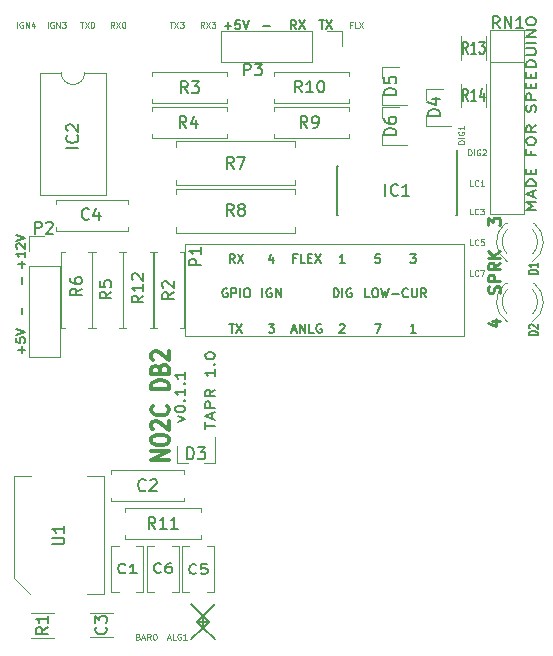
<source format=gto>
G04 #@! TF.GenerationSoftware,KiCad,Pcbnew,(5.1.0)-1*
G04 #@! TF.CreationDate,2019-05-05T09:38:05-04:00*
G04 #@! TF.ProjectId,NO2C,4e4f3243-2e6b-4696-9361-645f70636258,v0.1.1*
G04 #@! TF.SameCoordinates,Original*
G04 #@! TF.FileFunction,Legend,Top*
G04 #@! TF.FilePolarity,Positive*
%FSLAX46Y46*%
G04 Gerber Fmt 4.6, Leading zero omitted, Abs format (unit mm)*
G04 Created by KiCad (PCBNEW (5.1.0)-1) date 2019-05-05 09:38:05*
%MOMM*%
%LPD*%
G04 APERTURE LIST*
%ADD10C,0.187500*%
%ADD11C,0.250000*%
%ADD12C,0.125000*%
%ADD13C,0.200000*%
%ADD14C,0.300000*%
%ADD15C,0.120000*%
%ADD16C,0.150000*%
G04 APERTURE END LIST*
D10*
X179950000Y-84189285D02*
X180414285Y-84189285D01*
X180164285Y-84475000D01*
X180271428Y-84475000D01*
X180342857Y-84510714D01*
X180378571Y-84546428D01*
X180414285Y-84617857D01*
X180414285Y-84796428D01*
X180378571Y-84867857D01*
X180342857Y-84903571D01*
X180271428Y-84939285D01*
X180057142Y-84939285D01*
X179985714Y-84903571D01*
X179950000Y-84867857D01*
X177378571Y-84189285D02*
X177021428Y-84189285D01*
X176985714Y-84546428D01*
X177021428Y-84510714D01*
X177092857Y-84475000D01*
X177271428Y-84475000D01*
X177342857Y-84510714D01*
X177378571Y-84546428D01*
X177414285Y-84617857D01*
X177414285Y-84796428D01*
X177378571Y-84867857D01*
X177342857Y-84903571D01*
X177271428Y-84939285D01*
X177092857Y-84939285D01*
X177021428Y-84903571D01*
X176985714Y-84867857D01*
X176503571Y-87839285D02*
X176146428Y-87839285D01*
X176146428Y-87089285D01*
X176896428Y-87089285D02*
X177039285Y-87089285D01*
X177110714Y-87125000D01*
X177182142Y-87196428D01*
X177217857Y-87339285D01*
X177217857Y-87589285D01*
X177182142Y-87732142D01*
X177110714Y-87803571D01*
X177039285Y-87839285D01*
X176896428Y-87839285D01*
X176825000Y-87803571D01*
X176753571Y-87732142D01*
X176717857Y-87589285D01*
X176717857Y-87339285D01*
X176753571Y-87196428D01*
X176825000Y-87125000D01*
X176896428Y-87089285D01*
X177467857Y-87089285D02*
X177646428Y-87839285D01*
X177789285Y-87303571D01*
X177932142Y-87839285D01*
X178110714Y-87089285D01*
X178396428Y-87553571D02*
X178967857Y-87553571D01*
X179753571Y-87767857D02*
X179717857Y-87803571D01*
X179610714Y-87839285D01*
X179539285Y-87839285D01*
X179432142Y-87803571D01*
X179360714Y-87732142D01*
X179325000Y-87660714D01*
X179289285Y-87517857D01*
X179289285Y-87410714D01*
X179325000Y-87267857D01*
X179360714Y-87196428D01*
X179432142Y-87125000D01*
X179539285Y-87089285D01*
X179610714Y-87089285D01*
X179717857Y-87125000D01*
X179753571Y-87160714D01*
X180075000Y-87089285D02*
X180075000Y-87696428D01*
X180110714Y-87767857D01*
X180146428Y-87803571D01*
X180217857Y-87839285D01*
X180360714Y-87839285D01*
X180432142Y-87803571D01*
X180467857Y-87767857D01*
X180503571Y-87696428D01*
X180503571Y-87089285D01*
X181289285Y-87839285D02*
X181039285Y-87482142D01*
X180860714Y-87839285D02*
X180860714Y-87089285D01*
X181146428Y-87089285D01*
X181217857Y-87125000D01*
X181253571Y-87160714D01*
X181289285Y-87232142D01*
X181289285Y-87339285D01*
X181253571Y-87410714D01*
X181217857Y-87446428D01*
X181146428Y-87482142D01*
X180860714Y-87482142D01*
X180414285Y-90839285D02*
X179985714Y-90839285D01*
X180200000Y-90839285D02*
X180200000Y-90089285D01*
X180128571Y-90196428D01*
X180057142Y-90267857D01*
X179985714Y-90303571D01*
X176950000Y-90089285D02*
X177450000Y-90089285D01*
X177128571Y-90839285D01*
X173985714Y-90160714D02*
X174021428Y-90125000D01*
X174092857Y-90089285D01*
X174271428Y-90089285D01*
X174342857Y-90125000D01*
X174378571Y-90160714D01*
X174414285Y-90232142D01*
X174414285Y-90303571D01*
X174378571Y-90410714D01*
X173950000Y-90839285D01*
X174414285Y-90839285D01*
X174414285Y-84939285D02*
X173985714Y-84939285D01*
X174200000Y-84939285D02*
X174200000Y-84189285D01*
X174128571Y-84296428D01*
X174057142Y-84367857D01*
X173985714Y-84403571D01*
X173450000Y-87839285D02*
X173450000Y-87089285D01*
X173628571Y-87089285D01*
X173735714Y-87125000D01*
X173807142Y-87196428D01*
X173842857Y-87267857D01*
X173878571Y-87410714D01*
X173878571Y-87517857D01*
X173842857Y-87660714D01*
X173807142Y-87732142D01*
X173735714Y-87803571D01*
X173628571Y-87839285D01*
X173450000Y-87839285D01*
X174200000Y-87839285D02*
X174200000Y-87089285D01*
X174950000Y-87125000D02*
X174878571Y-87089285D01*
X174771428Y-87089285D01*
X174664285Y-87125000D01*
X174592857Y-87196428D01*
X174557142Y-87267857D01*
X174521428Y-87410714D01*
X174521428Y-87517857D01*
X174557142Y-87660714D01*
X174592857Y-87732142D01*
X174664285Y-87803571D01*
X174771428Y-87839285D01*
X174842857Y-87839285D01*
X174950000Y-87803571D01*
X174985714Y-87767857D01*
X174985714Y-87517857D01*
X174842857Y-87517857D01*
X164450000Y-87125000D02*
X164378571Y-87089285D01*
X164271428Y-87089285D01*
X164164285Y-87125000D01*
X164092857Y-87196428D01*
X164057142Y-87267857D01*
X164021428Y-87410714D01*
X164021428Y-87517857D01*
X164057142Y-87660714D01*
X164092857Y-87732142D01*
X164164285Y-87803571D01*
X164271428Y-87839285D01*
X164342857Y-87839285D01*
X164450000Y-87803571D01*
X164485714Y-87767857D01*
X164485714Y-87517857D01*
X164342857Y-87517857D01*
X164807142Y-87839285D02*
X164807142Y-87089285D01*
X165092857Y-87089285D01*
X165164285Y-87125000D01*
X165200000Y-87160714D01*
X165235714Y-87232142D01*
X165235714Y-87339285D01*
X165200000Y-87410714D01*
X165164285Y-87446428D01*
X165092857Y-87482142D01*
X164807142Y-87482142D01*
X165557142Y-87839285D02*
X165557142Y-87089285D01*
X166057142Y-87089285D02*
X166200000Y-87089285D01*
X166271428Y-87125000D01*
X166342857Y-87196428D01*
X166378571Y-87339285D01*
X166378571Y-87589285D01*
X166342857Y-87732142D01*
X166271428Y-87803571D01*
X166200000Y-87839285D01*
X166057142Y-87839285D01*
X165985714Y-87803571D01*
X165914285Y-87732142D01*
X165878571Y-87589285D01*
X165878571Y-87339285D01*
X165914285Y-87196428D01*
X165985714Y-87125000D01*
X166057142Y-87089285D01*
X164628571Y-90089285D02*
X165057142Y-90089285D01*
X164842857Y-90839285D02*
X164842857Y-90089285D01*
X165235714Y-90089285D02*
X165735714Y-90839285D01*
X165735714Y-90089285D02*
X165235714Y-90839285D01*
X165075000Y-84939285D02*
X164825000Y-84582142D01*
X164646428Y-84939285D02*
X164646428Y-84189285D01*
X164932142Y-84189285D01*
X165003571Y-84225000D01*
X165039285Y-84260714D01*
X165075000Y-84332142D01*
X165075000Y-84439285D01*
X165039285Y-84510714D01*
X165003571Y-84546428D01*
X164932142Y-84582142D01*
X164646428Y-84582142D01*
X165325000Y-84189285D02*
X165825000Y-84939285D01*
X165825000Y-84189285D02*
X165325000Y-84939285D01*
X168342857Y-84439285D02*
X168342857Y-84939285D01*
X168164285Y-84153571D02*
X167985714Y-84689285D01*
X168450000Y-84689285D01*
X167432142Y-87839285D02*
X167432142Y-87089285D01*
X168182142Y-87125000D02*
X168110714Y-87089285D01*
X168003571Y-87089285D01*
X167896428Y-87125000D01*
X167825000Y-87196428D01*
X167789285Y-87267857D01*
X167753571Y-87410714D01*
X167753571Y-87517857D01*
X167789285Y-87660714D01*
X167825000Y-87732142D01*
X167896428Y-87803571D01*
X168003571Y-87839285D01*
X168075000Y-87839285D01*
X168182142Y-87803571D01*
X168217857Y-87767857D01*
X168217857Y-87517857D01*
X168075000Y-87517857D01*
X168539285Y-87839285D02*
X168539285Y-87089285D01*
X168967857Y-87839285D01*
X168967857Y-87089285D01*
X167950000Y-90089285D02*
X168414285Y-90089285D01*
X168164285Y-90375000D01*
X168271428Y-90375000D01*
X168342857Y-90410714D01*
X168378571Y-90446428D01*
X168414285Y-90517857D01*
X168414285Y-90696428D01*
X168378571Y-90767857D01*
X168342857Y-90803571D01*
X168271428Y-90839285D01*
X168057142Y-90839285D01*
X167985714Y-90803571D01*
X167950000Y-90767857D01*
X169950000Y-90625000D02*
X170307142Y-90625000D01*
X169878571Y-90839285D02*
X170128571Y-90089285D01*
X170378571Y-90839285D01*
X170628571Y-90839285D02*
X170628571Y-90089285D01*
X171057142Y-90839285D01*
X171057142Y-90089285D01*
X171771428Y-90839285D02*
X171414285Y-90839285D01*
X171414285Y-90089285D01*
X172414285Y-90125000D02*
X172342857Y-90089285D01*
X172235714Y-90089285D01*
X172128571Y-90125000D01*
X172057142Y-90196428D01*
X172021428Y-90267857D01*
X171985714Y-90410714D01*
X171985714Y-90517857D01*
X172021428Y-90660714D01*
X172057142Y-90732142D01*
X172128571Y-90803571D01*
X172235714Y-90839285D01*
X172307142Y-90839285D01*
X172414285Y-90803571D01*
X172450000Y-90767857D01*
X172450000Y-90517857D01*
X172307142Y-90517857D01*
X170307142Y-84546428D02*
X170057142Y-84546428D01*
X170057142Y-84939285D02*
X170057142Y-84189285D01*
X170414285Y-84189285D01*
X171057142Y-84939285D02*
X170700000Y-84939285D01*
X170700000Y-84189285D01*
X171307142Y-84546428D02*
X171557142Y-84546428D01*
X171664285Y-84939285D02*
X171307142Y-84939285D01*
X171307142Y-84189285D01*
X171664285Y-84189285D01*
X171914285Y-84189285D02*
X172414285Y-84939285D01*
X172414285Y-84189285D02*
X171914285Y-84939285D01*
D11*
X186552380Y-81733333D02*
X186552380Y-81114285D01*
X186933333Y-81447619D01*
X186933333Y-81304761D01*
X186980952Y-81209523D01*
X187028571Y-81161904D01*
X187123809Y-81114285D01*
X187361904Y-81114285D01*
X187457142Y-81161904D01*
X187504761Y-81209523D01*
X187552380Y-81304761D01*
X187552380Y-81590476D01*
X187504761Y-81685714D01*
X187457142Y-81733333D01*
X186885714Y-89809523D02*
X187552380Y-89809523D01*
X186504761Y-90047619D02*
X187219047Y-90285714D01*
X187219047Y-89666666D01*
X187504761Y-87485714D02*
X187552380Y-87342857D01*
X187552380Y-87104761D01*
X187504761Y-87009523D01*
X187457142Y-86961904D01*
X187361904Y-86914285D01*
X187266666Y-86914285D01*
X187171428Y-86961904D01*
X187123809Y-87009523D01*
X187076190Y-87104761D01*
X187028571Y-87295238D01*
X186980952Y-87390476D01*
X186933333Y-87438095D01*
X186838095Y-87485714D01*
X186742857Y-87485714D01*
X186647619Y-87438095D01*
X186600000Y-87390476D01*
X186552380Y-87295238D01*
X186552380Y-87057142D01*
X186600000Y-86914285D01*
X187552380Y-86485714D02*
X186552380Y-86485714D01*
X186552380Y-86104761D01*
X186600000Y-86009523D01*
X186647619Y-85961904D01*
X186742857Y-85914285D01*
X186885714Y-85914285D01*
X186980952Y-85961904D01*
X187028571Y-86009523D01*
X187076190Y-86104761D01*
X187076190Y-86485714D01*
X187552380Y-84914285D02*
X187076190Y-85247619D01*
X187552380Y-85485714D02*
X186552380Y-85485714D01*
X186552380Y-85104761D01*
X186600000Y-85009523D01*
X186647619Y-84961904D01*
X186742857Y-84914285D01*
X186885714Y-84914285D01*
X186980952Y-84961904D01*
X187028571Y-85009523D01*
X187076190Y-85104761D01*
X187076190Y-85485714D01*
X187552380Y-84485714D02*
X186552380Y-84485714D01*
X187552380Y-83914285D02*
X186980952Y-84342857D01*
X186552380Y-83914285D02*
X187123809Y-84485714D01*
D12*
X159390476Y-116683333D02*
X159628571Y-116683333D01*
X159342857Y-116826190D02*
X159509523Y-116326190D01*
X159676190Y-116826190D01*
X160080952Y-116826190D02*
X159842857Y-116826190D01*
X159842857Y-116326190D01*
X160509523Y-116350000D02*
X160461904Y-116326190D01*
X160390476Y-116326190D01*
X160319047Y-116350000D01*
X160271428Y-116397619D01*
X160247619Y-116445238D01*
X160223809Y-116540476D01*
X160223809Y-116611904D01*
X160247619Y-116707142D01*
X160271428Y-116754761D01*
X160319047Y-116802380D01*
X160390476Y-116826190D01*
X160438095Y-116826190D01*
X160509523Y-116802380D01*
X160533333Y-116778571D01*
X160533333Y-116611904D01*
X160438095Y-116611904D01*
X161009523Y-116826190D02*
X160723809Y-116826190D01*
X160866666Y-116826190D02*
X160866666Y-116326190D01*
X160819047Y-116397619D01*
X160771428Y-116445238D01*
X160723809Y-116469047D01*
X156909523Y-116564285D02*
X156980952Y-116588095D01*
X157004761Y-116611904D01*
X157028571Y-116659523D01*
X157028571Y-116730952D01*
X157004761Y-116778571D01*
X156980952Y-116802380D01*
X156933333Y-116826190D01*
X156742857Y-116826190D01*
X156742857Y-116326190D01*
X156909523Y-116326190D01*
X156957142Y-116350000D01*
X156980952Y-116373809D01*
X157004761Y-116421428D01*
X157004761Y-116469047D01*
X156980952Y-116516666D01*
X156957142Y-116540476D01*
X156909523Y-116564285D01*
X156742857Y-116564285D01*
X157219047Y-116683333D02*
X157457142Y-116683333D01*
X157171428Y-116826190D02*
X157338095Y-116326190D01*
X157504761Y-116826190D01*
X157957142Y-116826190D02*
X157790476Y-116588095D01*
X157671428Y-116826190D02*
X157671428Y-116326190D01*
X157861904Y-116326190D01*
X157909523Y-116350000D01*
X157933333Y-116373809D01*
X157957142Y-116421428D01*
X157957142Y-116492857D01*
X157933333Y-116540476D01*
X157909523Y-116564285D01*
X157861904Y-116588095D01*
X157671428Y-116588095D01*
X158266666Y-116326190D02*
X158361904Y-116326190D01*
X158409523Y-116350000D01*
X158457142Y-116397619D01*
X158480952Y-116492857D01*
X158480952Y-116659523D01*
X158457142Y-116754761D01*
X158409523Y-116802380D01*
X158361904Y-116826190D01*
X158266666Y-116826190D01*
X158219047Y-116802380D01*
X158171428Y-116754761D01*
X158147619Y-116659523D01*
X158147619Y-116492857D01*
X158171428Y-116397619D01*
X158219047Y-116350000D01*
X158266666Y-116326190D01*
D13*
X190561904Y-80431904D02*
X189761904Y-80431904D01*
X190333333Y-80098571D01*
X189761904Y-79765238D01*
X190561904Y-79765238D01*
X190333333Y-79336666D02*
X190333333Y-78860476D01*
X190561904Y-79431904D02*
X189761904Y-79098571D01*
X190561904Y-78765238D01*
X190561904Y-78431904D02*
X189761904Y-78431904D01*
X189761904Y-78193809D01*
X189800000Y-78050952D01*
X189876190Y-77955714D01*
X189952380Y-77908095D01*
X190104761Y-77860476D01*
X190219047Y-77860476D01*
X190371428Y-77908095D01*
X190447619Y-77955714D01*
X190523809Y-78050952D01*
X190561904Y-78193809D01*
X190561904Y-78431904D01*
X190142857Y-77431904D02*
X190142857Y-77098571D01*
X190561904Y-76955714D02*
X190561904Y-77431904D01*
X189761904Y-77431904D01*
X189761904Y-76955714D01*
X190142857Y-75431904D02*
X190142857Y-75765238D01*
X190561904Y-75765238D02*
X189761904Y-75765238D01*
X189761904Y-75289047D01*
X189761904Y-74717619D02*
X189761904Y-74527142D01*
X189800000Y-74431904D01*
X189876190Y-74336666D01*
X190028571Y-74289047D01*
X190295238Y-74289047D01*
X190447619Y-74336666D01*
X190523809Y-74431904D01*
X190561904Y-74527142D01*
X190561904Y-74717619D01*
X190523809Y-74812857D01*
X190447619Y-74908095D01*
X190295238Y-74955714D01*
X190028571Y-74955714D01*
X189876190Y-74908095D01*
X189800000Y-74812857D01*
X189761904Y-74717619D01*
X190561904Y-73289047D02*
X190180952Y-73622380D01*
X190561904Y-73860476D02*
X189761904Y-73860476D01*
X189761904Y-73479523D01*
X189800000Y-73384285D01*
X189838095Y-73336666D01*
X189914285Y-73289047D01*
X190028571Y-73289047D01*
X190104761Y-73336666D01*
X190142857Y-73384285D01*
X190180952Y-73479523D01*
X190180952Y-73860476D01*
X190523809Y-72146190D02*
X190561904Y-72003333D01*
X190561904Y-71765238D01*
X190523809Y-71670000D01*
X190485714Y-71622380D01*
X190409523Y-71574761D01*
X190333333Y-71574761D01*
X190257142Y-71622380D01*
X190219047Y-71670000D01*
X190180952Y-71765238D01*
X190142857Y-71955714D01*
X190104761Y-72050952D01*
X190066666Y-72098571D01*
X189990476Y-72146190D01*
X189914285Y-72146190D01*
X189838095Y-72098571D01*
X189800000Y-72050952D01*
X189761904Y-71955714D01*
X189761904Y-71717619D01*
X189800000Y-71574761D01*
X190561904Y-71146190D02*
X189761904Y-71146190D01*
X189761904Y-70765238D01*
X189800000Y-70670000D01*
X189838095Y-70622380D01*
X189914285Y-70574761D01*
X190028571Y-70574761D01*
X190104761Y-70622380D01*
X190142857Y-70670000D01*
X190180952Y-70765238D01*
X190180952Y-71146190D01*
X190142857Y-70146190D02*
X190142857Y-69812857D01*
X190561904Y-69670000D02*
X190561904Y-70146190D01*
X189761904Y-70146190D01*
X189761904Y-69670000D01*
X190142857Y-69241428D02*
X190142857Y-68908095D01*
X190561904Y-68765238D02*
X190561904Y-69241428D01*
X189761904Y-69241428D01*
X189761904Y-68765238D01*
X190561904Y-68336666D02*
X189761904Y-68336666D01*
X189761904Y-68098571D01*
X189800000Y-67955714D01*
X189876190Y-67860476D01*
X189952380Y-67812857D01*
X190104761Y-67765238D01*
X190219047Y-67765238D01*
X190371428Y-67812857D01*
X190447619Y-67860476D01*
X190523809Y-67955714D01*
X190561904Y-68098571D01*
X190561904Y-68336666D01*
X189761904Y-67336666D02*
X190409523Y-67336666D01*
X190485714Y-67289047D01*
X190523809Y-67241428D01*
X190561904Y-67146190D01*
X190561904Y-66955714D01*
X190523809Y-66860476D01*
X190485714Y-66812857D01*
X190409523Y-66765238D01*
X189761904Y-66765238D01*
X190561904Y-66289047D02*
X189761904Y-66289047D01*
X190561904Y-65812857D02*
X189761904Y-65812857D01*
X190561904Y-65241428D01*
X189761904Y-65241428D01*
X189761904Y-64574761D02*
X189761904Y-64384285D01*
X189800000Y-64289047D01*
X189876190Y-64193809D01*
X190028571Y-64146190D01*
X190295238Y-64146190D01*
X190447619Y-64193809D01*
X190523809Y-64289047D01*
X190561904Y-64384285D01*
X190561904Y-64574761D01*
X190523809Y-64670000D01*
X190447619Y-64765238D01*
X190295238Y-64812857D01*
X190028571Y-64812857D01*
X189876190Y-64765238D01*
X189800000Y-64670000D01*
X189761904Y-64574761D01*
X162586904Y-98985714D02*
X162586904Y-98414285D01*
X163386904Y-98700000D02*
X162586904Y-98700000D01*
X163158333Y-98128571D02*
X163158333Y-97652380D01*
X163386904Y-98223809D02*
X162586904Y-97890476D01*
X163386904Y-97557142D01*
X163386904Y-97223809D02*
X162586904Y-97223809D01*
X162586904Y-96842857D01*
X162625000Y-96747619D01*
X162663095Y-96700000D01*
X162739285Y-96652380D01*
X162853571Y-96652380D01*
X162929761Y-96700000D01*
X162967857Y-96747619D01*
X163005952Y-96842857D01*
X163005952Y-97223809D01*
X163386904Y-95652380D02*
X163005952Y-95985714D01*
X163386904Y-96223809D02*
X162586904Y-96223809D01*
X162586904Y-95842857D01*
X162625000Y-95747619D01*
X162663095Y-95700000D01*
X162739285Y-95652380D01*
X162853571Y-95652380D01*
X162929761Y-95700000D01*
X162967857Y-95747619D01*
X163005952Y-95842857D01*
X163005952Y-96223809D01*
X163386904Y-93938095D02*
X163386904Y-94509523D01*
X163386904Y-94223809D02*
X162586904Y-94223809D01*
X162701190Y-94319047D01*
X162777380Y-94414285D01*
X162815476Y-94509523D01*
X163310714Y-93509523D02*
X163348809Y-93461904D01*
X163386904Y-93509523D01*
X163348809Y-93557142D01*
X163310714Y-93509523D01*
X163386904Y-93509523D01*
X162586904Y-92842857D02*
X162586904Y-92747619D01*
X162625000Y-92652380D01*
X162663095Y-92604761D01*
X162739285Y-92557142D01*
X162891666Y-92509523D01*
X163082142Y-92509523D01*
X163234523Y-92557142D01*
X163310714Y-92604761D01*
X163348809Y-92652380D01*
X163386904Y-92747619D01*
X163386904Y-92842857D01*
X163348809Y-92938095D01*
X163310714Y-92985714D01*
X163234523Y-93033333D01*
X163082142Y-93080952D01*
X162891666Y-93080952D01*
X162739285Y-93033333D01*
X162663095Y-92985714D01*
X162625000Y-92938095D01*
X162586904Y-92842857D01*
X160303571Y-98392857D02*
X160836904Y-98154761D01*
X160303571Y-97916666D01*
X160036904Y-97345238D02*
X160036904Y-97250000D01*
X160075000Y-97154761D01*
X160113095Y-97107142D01*
X160189285Y-97059523D01*
X160341666Y-97011904D01*
X160532142Y-97011904D01*
X160684523Y-97059523D01*
X160760714Y-97107142D01*
X160798809Y-97154761D01*
X160836904Y-97250000D01*
X160836904Y-97345238D01*
X160798809Y-97440476D01*
X160760714Y-97488095D01*
X160684523Y-97535714D01*
X160532142Y-97583333D01*
X160341666Y-97583333D01*
X160189285Y-97535714D01*
X160113095Y-97488095D01*
X160075000Y-97440476D01*
X160036904Y-97345238D01*
X160760714Y-96583333D02*
X160798809Y-96535714D01*
X160836904Y-96583333D01*
X160798809Y-96630952D01*
X160760714Y-96583333D01*
X160836904Y-96583333D01*
X160836904Y-95583333D02*
X160836904Y-96154761D01*
X160836904Y-95869047D02*
X160036904Y-95869047D01*
X160151190Y-95964285D01*
X160227380Y-96059523D01*
X160265476Y-96154761D01*
X160760714Y-95154761D02*
X160798809Y-95107142D01*
X160836904Y-95154761D01*
X160798809Y-95202380D01*
X160760714Y-95154761D01*
X160836904Y-95154761D01*
X160836904Y-94154761D02*
X160836904Y-94726190D01*
X160836904Y-94440476D02*
X160036904Y-94440476D01*
X160151190Y-94535714D01*
X160227380Y-94630952D01*
X160265476Y-94726190D01*
D14*
X159528571Y-101582380D02*
X158028571Y-101582380D01*
X159528571Y-100868095D01*
X158028571Y-100868095D01*
X158028571Y-100034761D02*
X158028571Y-99796666D01*
X158100000Y-99677619D01*
X158242857Y-99558571D01*
X158528571Y-99499047D01*
X159028571Y-99499047D01*
X159314285Y-99558571D01*
X159457142Y-99677619D01*
X159528571Y-99796666D01*
X159528571Y-100034761D01*
X159457142Y-100153809D01*
X159314285Y-100272857D01*
X159028571Y-100332380D01*
X158528571Y-100332380D01*
X158242857Y-100272857D01*
X158100000Y-100153809D01*
X158028571Y-100034761D01*
X158171428Y-99022857D02*
X158100000Y-98963333D01*
X158028571Y-98844285D01*
X158028571Y-98546666D01*
X158100000Y-98427619D01*
X158171428Y-98368095D01*
X158314285Y-98308571D01*
X158457142Y-98308571D01*
X158671428Y-98368095D01*
X159528571Y-99082380D01*
X159528571Y-98308571D01*
X159385714Y-97058571D02*
X159457142Y-97118095D01*
X159528571Y-97296666D01*
X159528571Y-97415714D01*
X159457142Y-97594285D01*
X159314285Y-97713333D01*
X159171428Y-97772857D01*
X158885714Y-97832380D01*
X158671428Y-97832380D01*
X158385714Y-97772857D01*
X158242857Y-97713333D01*
X158100000Y-97594285D01*
X158028571Y-97415714D01*
X158028571Y-97296666D01*
X158100000Y-97118095D01*
X158171428Y-97058571D01*
X159528571Y-95570476D02*
X158028571Y-95570476D01*
X158028571Y-95272857D01*
X158100000Y-95094285D01*
X158242857Y-94975238D01*
X158385714Y-94915714D01*
X158671428Y-94856190D01*
X158885714Y-94856190D01*
X159171428Y-94915714D01*
X159314285Y-94975238D01*
X159457142Y-95094285D01*
X159528571Y-95272857D01*
X159528571Y-95570476D01*
X158742857Y-93903809D02*
X158814285Y-93725238D01*
X158885714Y-93665714D01*
X159028571Y-93606190D01*
X159242857Y-93606190D01*
X159385714Y-93665714D01*
X159457142Y-93725238D01*
X159528571Y-93844285D01*
X159528571Y-94320476D01*
X158028571Y-94320476D01*
X158028571Y-93903809D01*
X158100000Y-93784761D01*
X158171428Y-93725238D01*
X158314285Y-93665714D01*
X158457142Y-93665714D01*
X158600000Y-93725238D01*
X158671428Y-93784761D01*
X158742857Y-93903809D01*
X158742857Y-94320476D01*
X158171428Y-93130000D02*
X158100000Y-93070476D01*
X158028571Y-92951428D01*
X158028571Y-92653809D01*
X158100000Y-92534761D01*
X158171428Y-92475238D01*
X158314285Y-92415714D01*
X158457142Y-92415714D01*
X158671428Y-92475238D01*
X159528571Y-93189523D01*
X159528571Y-92415714D01*
D12*
X185266666Y-83426190D02*
X185028571Y-83426190D01*
X185028571Y-82926190D01*
X185719047Y-83378571D02*
X185695238Y-83402380D01*
X185623809Y-83426190D01*
X185576190Y-83426190D01*
X185504761Y-83402380D01*
X185457142Y-83354761D01*
X185433333Y-83307142D01*
X185409523Y-83211904D01*
X185409523Y-83140476D01*
X185433333Y-83045238D01*
X185457142Y-82997619D01*
X185504761Y-82950000D01*
X185576190Y-82926190D01*
X185623809Y-82926190D01*
X185695238Y-82950000D01*
X185719047Y-82973809D01*
X186171428Y-82926190D02*
X185933333Y-82926190D01*
X185909523Y-83164285D01*
X185933333Y-83140476D01*
X185980952Y-83116666D01*
X186100000Y-83116666D01*
X186147619Y-83140476D01*
X186171428Y-83164285D01*
X186195238Y-83211904D01*
X186195238Y-83330952D01*
X186171428Y-83378571D01*
X186147619Y-83402380D01*
X186100000Y-83426190D01*
X185980952Y-83426190D01*
X185933333Y-83402380D01*
X185909523Y-83378571D01*
X185266666Y-86026190D02*
X185028571Y-86026190D01*
X185028571Y-85526190D01*
X185719047Y-85978571D02*
X185695238Y-86002380D01*
X185623809Y-86026190D01*
X185576190Y-86026190D01*
X185504761Y-86002380D01*
X185457142Y-85954761D01*
X185433333Y-85907142D01*
X185409523Y-85811904D01*
X185409523Y-85740476D01*
X185433333Y-85645238D01*
X185457142Y-85597619D01*
X185504761Y-85550000D01*
X185576190Y-85526190D01*
X185623809Y-85526190D01*
X185695238Y-85550000D01*
X185719047Y-85573809D01*
X185885714Y-85526190D02*
X186219047Y-85526190D01*
X186004761Y-86026190D01*
X184526190Y-74838095D02*
X184026190Y-74838095D01*
X184026190Y-74719047D01*
X184050000Y-74647619D01*
X184097619Y-74600000D01*
X184145238Y-74576190D01*
X184240476Y-74552380D01*
X184311904Y-74552380D01*
X184407142Y-74576190D01*
X184454761Y-74600000D01*
X184502380Y-74647619D01*
X184526190Y-74719047D01*
X184526190Y-74838095D01*
X184526190Y-74338095D02*
X184026190Y-74338095D01*
X184050000Y-73838095D02*
X184026190Y-73885714D01*
X184026190Y-73957142D01*
X184050000Y-74028571D01*
X184097619Y-74076190D01*
X184145238Y-74100000D01*
X184240476Y-74123809D01*
X184311904Y-74123809D01*
X184407142Y-74100000D01*
X184454761Y-74076190D01*
X184502380Y-74028571D01*
X184526190Y-73957142D01*
X184526190Y-73909523D01*
X184502380Y-73838095D01*
X184478571Y-73814285D01*
X184311904Y-73814285D01*
X184311904Y-73909523D01*
X184526190Y-73338095D02*
X184526190Y-73623809D01*
X184526190Y-73480952D02*
X184026190Y-73480952D01*
X184097619Y-73528571D01*
X184145238Y-73576190D01*
X184169047Y-73623809D01*
X184861904Y-75826190D02*
X184861904Y-75326190D01*
X184980952Y-75326190D01*
X185052380Y-75350000D01*
X185100000Y-75397619D01*
X185123809Y-75445238D01*
X185147619Y-75540476D01*
X185147619Y-75611904D01*
X185123809Y-75707142D01*
X185100000Y-75754761D01*
X185052380Y-75802380D01*
X184980952Y-75826190D01*
X184861904Y-75826190D01*
X185361904Y-75826190D02*
X185361904Y-75326190D01*
X185861904Y-75350000D02*
X185814285Y-75326190D01*
X185742857Y-75326190D01*
X185671428Y-75350000D01*
X185623809Y-75397619D01*
X185600000Y-75445238D01*
X185576190Y-75540476D01*
X185576190Y-75611904D01*
X185600000Y-75707142D01*
X185623809Y-75754761D01*
X185671428Y-75802380D01*
X185742857Y-75826190D01*
X185790476Y-75826190D01*
X185861904Y-75802380D01*
X185885714Y-75778571D01*
X185885714Y-75611904D01*
X185790476Y-75611904D01*
X186076190Y-75373809D02*
X186100000Y-75350000D01*
X186147619Y-75326190D01*
X186266666Y-75326190D01*
X186314285Y-75350000D01*
X186338095Y-75373809D01*
X186361904Y-75421428D01*
X186361904Y-75469047D01*
X186338095Y-75540476D01*
X186052380Y-75826190D01*
X186361904Y-75826190D01*
X185266666Y-78426190D02*
X185028571Y-78426190D01*
X185028571Y-77926190D01*
X185719047Y-78378571D02*
X185695238Y-78402380D01*
X185623809Y-78426190D01*
X185576190Y-78426190D01*
X185504761Y-78402380D01*
X185457142Y-78354761D01*
X185433333Y-78307142D01*
X185409523Y-78211904D01*
X185409523Y-78140476D01*
X185433333Y-78045238D01*
X185457142Y-77997619D01*
X185504761Y-77950000D01*
X185576190Y-77926190D01*
X185623809Y-77926190D01*
X185695238Y-77950000D01*
X185719047Y-77973809D01*
X186195238Y-78426190D02*
X185909523Y-78426190D01*
X186052380Y-78426190D02*
X186052380Y-77926190D01*
X186004761Y-77997619D01*
X185957142Y-78045238D01*
X185909523Y-78069047D01*
X185266666Y-80826190D02*
X185028571Y-80826190D01*
X185028571Y-80326190D01*
X185719047Y-80778571D02*
X185695238Y-80802380D01*
X185623809Y-80826190D01*
X185576190Y-80826190D01*
X185504761Y-80802380D01*
X185457142Y-80754761D01*
X185433333Y-80707142D01*
X185409523Y-80611904D01*
X185409523Y-80540476D01*
X185433333Y-80445238D01*
X185457142Y-80397619D01*
X185504761Y-80350000D01*
X185576190Y-80326190D01*
X185623809Y-80326190D01*
X185695238Y-80350000D01*
X185719047Y-80373809D01*
X185885714Y-80326190D02*
X186195238Y-80326190D01*
X186028571Y-80516666D01*
X186100000Y-80516666D01*
X186147619Y-80540476D01*
X186171428Y-80564285D01*
X186195238Y-80611904D01*
X186195238Y-80730952D01*
X186171428Y-80778571D01*
X186147619Y-80802380D01*
X186100000Y-80826190D01*
X185957142Y-80826190D01*
X185909523Y-80802380D01*
X185885714Y-80778571D01*
D10*
X147053571Y-85321428D02*
X147053571Y-84750000D01*
X147339285Y-85035714D02*
X146767857Y-85035714D01*
X147339285Y-84000000D02*
X147339285Y-84428571D01*
X147339285Y-84214285D02*
X146589285Y-84214285D01*
X146696428Y-84285714D01*
X146767857Y-84357142D01*
X146803571Y-84428571D01*
X146660714Y-83714285D02*
X146625000Y-83678571D01*
X146589285Y-83607142D01*
X146589285Y-83428571D01*
X146625000Y-83357142D01*
X146660714Y-83321428D01*
X146732142Y-83285714D01*
X146803571Y-83285714D01*
X146910714Y-83321428D01*
X147339285Y-83750000D01*
X147339285Y-83285714D01*
X146589285Y-83071428D02*
X147339285Y-82821428D01*
X146589285Y-82571428D01*
X147053571Y-86685714D02*
X147053571Y-86114285D01*
X147053571Y-92564285D02*
X147053571Y-91992857D01*
X147339285Y-92278571D02*
X146767857Y-92278571D01*
X146589285Y-91278571D02*
X146589285Y-91635714D01*
X146946428Y-91671428D01*
X146910714Y-91635714D01*
X146875000Y-91564285D01*
X146875000Y-91385714D01*
X146910714Y-91314285D01*
X146946428Y-91278571D01*
X147017857Y-91242857D01*
X147196428Y-91242857D01*
X147267857Y-91278571D01*
X147303571Y-91314285D01*
X147339285Y-91385714D01*
X147339285Y-91564285D01*
X147303571Y-91635714D01*
X147267857Y-91671428D01*
X146589285Y-91028571D02*
X147339285Y-90778571D01*
X146589285Y-90528571D01*
X147053571Y-89285714D02*
X147053571Y-88714285D01*
X172228571Y-64389285D02*
X172657142Y-64389285D01*
X172442857Y-65139285D02*
X172442857Y-64389285D01*
X172835714Y-64389285D02*
X173335714Y-65139285D01*
X173335714Y-64389285D02*
X172835714Y-65139285D01*
X170275000Y-65139285D02*
X170025000Y-64782142D01*
X169846428Y-65139285D02*
X169846428Y-64389285D01*
X170132142Y-64389285D01*
X170203571Y-64425000D01*
X170239285Y-64460714D01*
X170275000Y-64532142D01*
X170275000Y-64639285D01*
X170239285Y-64710714D01*
X170203571Y-64746428D01*
X170132142Y-64782142D01*
X169846428Y-64782142D01*
X170525000Y-64389285D02*
X171025000Y-65139285D01*
X171025000Y-64389285D02*
X170525000Y-65139285D01*
X167514285Y-64853571D02*
X168085714Y-64853571D01*
X164235714Y-64853571D02*
X164807142Y-64853571D01*
X164521428Y-65139285D02*
X164521428Y-64567857D01*
X165521428Y-64389285D02*
X165164285Y-64389285D01*
X165128571Y-64746428D01*
X165164285Y-64710714D01*
X165235714Y-64675000D01*
X165414285Y-64675000D01*
X165485714Y-64710714D01*
X165521428Y-64746428D01*
X165557142Y-64817857D01*
X165557142Y-64996428D01*
X165521428Y-65067857D01*
X165485714Y-65103571D01*
X165414285Y-65139285D01*
X165235714Y-65139285D01*
X165164285Y-65103571D01*
X165128571Y-65067857D01*
X165771428Y-64389285D02*
X166021428Y-65139285D01*
X166271428Y-64389285D01*
D12*
X175030952Y-64764285D02*
X174864285Y-64764285D01*
X174864285Y-65026190D02*
X174864285Y-64526190D01*
X175102380Y-64526190D01*
X175530952Y-65026190D02*
X175292857Y-65026190D01*
X175292857Y-64526190D01*
X175650000Y-64526190D02*
X175983333Y-65026190D01*
X175983333Y-64526190D02*
X175650000Y-65026190D01*
X162478571Y-65026190D02*
X162311904Y-64788095D01*
X162192857Y-65026190D02*
X162192857Y-64526190D01*
X162383333Y-64526190D01*
X162430952Y-64550000D01*
X162454761Y-64573809D01*
X162478571Y-64621428D01*
X162478571Y-64692857D01*
X162454761Y-64740476D01*
X162430952Y-64764285D01*
X162383333Y-64788095D01*
X162192857Y-64788095D01*
X162645238Y-64526190D02*
X162978571Y-65026190D01*
X162978571Y-64526190D02*
X162645238Y-65026190D01*
X163121428Y-64526190D02*
X163430952Y-64526190D01*
X163264285Y-64716666D01*
X163335714Y-64716666D01*
X163383333Y-64740476D01*
X163407142Y-64764285D01*
X163430952Y-64811904D01*
X163430952Y-64930952D01*
X163407142Y-64978571D01*
X163383333Y-65002380D01*
X163335714Y-65026190D01*
X163192857Y-65026190D01*
X163145238Y-65002380D01*
X163121428Y-64978571D01*
X159580952Y-64526190D02*
X159866666Y-64526190D01*
X159723809Y-65026190D02*
X159723809Y-64526190D01*
X159985714Y-64526190D02*
X160319047Y-65026190D01*
X160319047Y-64526190D02*
X159985714Y-65026190D01*
X160461904Y-64526190D02*
X160771428Y-64526190D01*
X160604761Y-64716666D01*
X160676190Y-64716666D01*
X160723809Y-64740476D01*
X160747619Y-64764285D01*
X160771428Y-64811904D01*
X160771428Y-64930952D01*
X160747619Y-64978571D01*
X160723809Y-65002380D01*
X160676190Y-65026190D01*
X160533333Y-65026190D01*
X160485714Y-65002380D01*
X160461904Y-64978571D01*
X154878571Y-65026190D02*
X154711904Y-64788095D01*
X154592857Y-65026190D02*
X154592857Y-64526190D01*
X154783333Y-64526190D01*
X154830952Y-64550000D01*
X154854761Y-64573809D01*
X154878571Y-64621428D01*
X154878571Y-64692857D01*
X154854761Y-64740476D01*
X154830952Y-64764285D01*
X154783333Y-64788095D01*
X154592857Y-64788095D01*
X155045238Y-64526190D02*
X155378571Y-65026190D01*
X155378571Y-64526190D02*
X155045238Y-65026190D01*
X155664285Y-64526190D02*
X155711904Y-64526190D01*
X155759523Y-64550000D01*
X155783333Y-64573809D01*
X155807142Y-64621428D01*
X155830952Y-64716666D01*
X155830952Y-64835714D01*
X155807142Y-64930952D01*
X155783333Y-64978571D01*
X155759523Y-65002380D01*
X155711904Y-65026190D01*
X155664285Y-65026190D01*
X155616666Y-65002380D01*
X155592857Y-64978571D01*
X155569047Y-64930952D01*
X155545238Y-64835714D01*
X155545238Y-64716666D01*
X155569047Y-64621428D01*
X155592857Y-64573809D01*
X155616666Y-64550000D01*
X155664285Y-64526190D01*
X151980952Y-64526190D02*
X152266666Y-64526190D01*
X152123809Y-65026190D02*
X152123809Y-64526190D01*
X152385714Y-64526190D02*
X152719047Y-65026190D01*
X152719047Y-64526190D02*
X152385714Y-65026190D01*
X153004761Y-64526190D02*
X153052380Y-64526190D01*
X153100000Y-64550000D01*
X153123809Y-64573809D01*
X153147619Y-64621428D01*
X153171428Y-64716666D01*
X153171428Y-64835714D01*
X153147619Y-64930952D01*
X153123809Y-64978571D01*
X153100000Y-65002380D01*
X153052380Y-65026190D01*
X153004761Y-65026190D01*
X152957142Y-65002380D01*
X152933333Y-64978571D01*
X152909523Y-64930952D01*
X152885714Y-64835714D01*
X152885714Y-64716666D01*
X152909523Y-64621428D01*
X152933333Y-64573809D01*
X152957142Y-64550000D01*
X153004761Y-64526190D01*
X149250000Y-65026190D02*
X149250000Y-64526190D01*
X149750000Y-64550000D02*
X149702380Y-64526190D01*
X149630952Y-64526190D01*
X149559523Y-64550000D01*
X149511904Y-64597619D01*
X149488095Y-64645238D01*
X149464285Y-64740476D01*
X149464285Y-64811904D01*
X149488095Y-64907142D01*
X149511904Y-64954761D01*
X149559523Y-65002380D01*
X149630952Y-65026190D01*
X149678571Y-65026190D01*
X149750000Y-65002380D01*
X149773809Y-64978571D01*
X149773809Y-64811904D01*
X149678571Y-64811904D01*
X149988095Y-65026190D02*
X149988095Y-64526190D01*
X150273809Y-65026190D01*
X150273809Y-64526190D01*
X150464285Y-64526190D02*
X150773809Y-64526190D01*
X150607142Y-64716666D01*
X150678571Y-64716666D01*
X150726190Y-64740476D01*
X150750000Y-64764285D01*
X150773809Y-64811904D01*
X150773809Y-64930952D01*
X150750000Y-64978571D01*
X150726190Y-65002380D01*
X150678571Y-65026190D01*
X150535714Y-65026190D01*
X150488095Y-65002380D01*
X150464285Y-64978571D01*
X146650000Y-65026190D02*
X146650000Y-64526190D01*
X147150000Y-64550000D02*
X147102380Y-64526190D01*
X147030952Y-64526190D01*
X146959523Y-64550000D01*
X146911904Y-64597619D01*
X146888095Y-64645238D01*
X146864285Y-64740476D01*
X146864285Y-64811904D01*
X146888095Y-64907142D01*
X146911904Y-64954761D01*
X146959523Y-65002380D01*
X147030952Y-65026190D01*
X147078571Y-65026190D01*
X147150000Y-65002380D01*
X147173809Y-64978571D01*
X147173809Y-64811904D01*
X147078571Y-64811904D01*
X147388095Y-65026190D02*
X147388095Y-64526190D01*
X147673809Y-65026190D01*
X147673809Y-64526190D01*
X148126190Y-64692857D02*
X148126190Y-65026190D01*
X148007142Y-64502380D02*
X147888095Y-64859523D01*
X148197619Y-64859523D01*
D15*
X147790000Y-113000000D02*
X146390000Y-111600000D01*
X152600000Y-103000000D02*
X154010000Y-103000000D01*
X154010000Y-103000000D02*
X154010000Y-113000000D01*
X154010000Y-113000000D02*
X152600000Y-113000000D01*
X146390000Y-111600000D02*
X146390000Y-103000000D01*
X146390000Y-103000000D02*
X147800000Y-103000000D01*
X158050000Y-69120000D02*
X158050000Y-68790000D01*
X158050000Y-68790000D02*
X164470000Y-68790000D01*
X164470000Y-68790000D02*
X164470000Y-69120000D01*
X158050000Y-71080000D02*
X158050000Y-71410000D01*
X158050000Y-71410000D02*
X164470000Y-71410000D01*
X164470000Y-71410000D02*
X164470000Y-71080000D01*
X160900000Y-83350000D02*
X160900000Y-91100000D01*
X184500000Y-83350000D02*
X184500000Y-91100000D01*
X160900000Y-83350000D02*
X184500000Y-83350000D01*
X160900000Y-91100000D02*
X184500000Y-91100000D01*
X152680000Y-83980000D02*
X153010000Y-83980000D01*
X153010000Y-83980000D02*
X153010000Y-90400000D01*
X153010000Y-90400000D02*
X152680000Y-90400000D01*
X150720000Y-83980000D02*
X150390000Y-83980000D01*
X150390000Y-83980000D02*
X150390000Y-90400000D01*
X150390000Y-90400000D02*
X150720000Y-90400000D01*
X153320000Y-90400000D02*
X152990000Y-90400000D01*
X152990000Y-90400000D02*
X152990000Y-83980000D01*
X152990000Y-83980000D02*
X153320000Y-83980000D01*
X155280000Y-90400000D02*
X155610000Y-90400000D01*
X155610000Y-90400000D02*
X155610000Y-83980000D01*
X155610000Y-83980000D02*
X155280000Y-83980000D01*
X157880000Y-83980000D02*
X158210000Y-83980000D01*
X158210000Y-83980000D02*
X158210000Y-90400000D01*
X158210000Y-90400000D02*
X157880000Y-90400000D01*
X155920000Y-83980000D02*
X155590000Y-83980000D01*
X155590000Y-83980000D02*
X155590000Y-90400000D01*
X155590000Y-90400000D02*
X155920000Y-90400000D01*
X160480000Y-83980000D02*
X160810000Y-83980000D01*
X160810000Y-83980000D02*
X160810000Y-90400000D01*
X160810000Y-90400000D02*
X160480000Y-90400000D01*
X158520000Y-83980000D02*
X158190000Y-83980000D01*
X158190000Y-83980000D02*
X158190000Y-90400000D01*
X158190000Y-90400000D02*
X158520000Y-90400000D01*
X171610000Y-65270000D02*
X163930000Y-65270000D01*
X163930000Y-65270000D02*
X163930000Y-67930000D01*
X163930000Y-67930000D02*
X171610000Y-67930000D01*
X171610000Y-67930000D02*
X171610000Y-65270000D01*
X172880000Y-65270000D02*
X174210000Y-65270000D01*
X174210000Y-65270000D02*
X174210000Y-66600000D01*
X181240000Y-70170000D02*
X181240000Y-71100000D01*
X181240000Y-73330000D02*
X181240000Y-72400000D01*
X181240000Y-73330000D02*
X183400000Y-73330000D01*
X181240000Y-70170000D02*
X182700000Y-70170000D01*
X189541100Y-65193600D02*
X186741100Y-65193600D01*
X186741100Y-65193600D02*
X186741100Y-80773600D01*
X186741100Y-80773600D02*
X189541100Y-80773600D01*
X189541100Y-80773600D02*
X189541100Y-65193600D01*
X189541100Y-67903600D02*
X186741100Y-67903600D01*
X184230000Y-67750000D02*
X184230000Y-65750000D01*
X186370000Y-65750000D02*
X186370000Y-67750000D01*
X190308608Y-84815935D02*
G75*
G03X190465516Y-81583600I-1078608J1672335D01*
G01*
X188151392Y-84815935D02*
G75*
G02X187994484Y-81583600I1078608J1672335D01*
G01*
X190309837Y-84184730D02*
G75*
G03X190310000Y-82102639I-1079837J1041130D01*
G01*
X188150163Y-84184730D02*
G75*
G02X188150000Y-82102639I1079837J1041130D01*
G01*
X190466000Y-81583600D02*
X190310000Y-81583600D01*
X188150000Y-81583600D02*
X187994000Y-81583600D01*
X157360000Y-108890000D02*
X157360000Y-112810000D01*
X154640000Y-108890000D02*
X154640000Y-112810000D01*
X157360000Y-108890000D02*
X156750000Y-108890000D01*
X155250000Y-108890000D02*
X154640000Y-108890000D01*
X157360000Y-112810000D02*
X156750000Y-112810000D01*
X155250000Y-112810000D02*
X154640000Y-112810000D01*
X150390000Y-68820000D02*
X148620000Y-68820000D01*
X148620000Y-68820000D02*
X148620000Y-79220000D01*
X148620000Y-79220000D02*
X154160000Y-79220000D01*
X154160000Y-79220000D02*
X154160000Y-68820000D01*
X154160000Y-68820000D02*
X152390000Y-68820000D01*
X152390000Y-68820000D02*
G75*
G02X150390000Y-68820000I-1000000J0D01*
G01*
X174800000Y-74030000D02*
X174800000Y-74360000D01*
X174800000Y-74360000D02*
X168380000Y-74360000D01*
X168380000Y-74360000D02*
X168380000Y-74030000D01*
X174800000Y-72070000D02*
X174800000Y-71740000D01*
X174800000Y-71740000D02*
X168380000Y-71740000D01*
X168380000Y-71740000D02*
X168380000Y-72070000D01*
X170160000Y-81880000D02*
X170160000Y-82360000D01*
X170160000Y-82360000D02*
X160140000Y-82360000D01*
X160140000Y-82360000D02*
X160140000Y-81880000D01*
X170160000Y-79120000D02*
X170160000Y-78640000D01*
X170160000Y-78640000D02*
X160140000Y-78640000D01*
X160140000Y-78640000D02*
X160140000Y-79120000D01*
D16*
X183900000Y-76725000D02*
X183875000Y-76725000D01*
X183900000Y-80875000D02*
X183795000Y-80875000D01*
X173750000Y-80875000D02*
X173855000Y-80875000D01*
X173750000Y-76725000D02*
X173855000Y-76725000D01*
X183900000Y-76725000D02*
X183900000Y-80875000D01*
X173750000Y-76725000D02*
X173750000Y-80875000D01*
X183875000Y-76725000D02*
X183875000Y-75350000D01*
D15*
X147641000Y-92897000D02*
X150301000Y-92897000D01*
X147641000Y-85217000D02*
X147641000Y-92897000D01*
X150301000Y-85217000D02*
X150301000Y-92897000D01*
X147641000Y-85217000D02*
X150301000Y-85217000D01*
X147641000Y-83947000D02*
X147641000Y-82617000D01*
X147641000Y-82617000D02*
X148971000Y-82617000D01*
X170160000Y-77880000D02*
X170160000Y-78360000D01*
X170160000Y-78360000D02*
X160140000Y-78360000D01*
X160140000Y-78360000D02*
X160140000Y-77880000D01*
X170160000Y-75120000D02*
X170160000Y-74640000D01*
X170160000Y-74640000D02*
X160140000Y-74640000D01*
X160140000Y-74640000D02*
X160140000Y-75120000D01*
X174800000Y-71030000D02*
X174800000Y-71360000D01*
X174800000Y-71360000D02*
X168380000Y-71360000D01*
X168380000Y-71360000D02*
X168380000Y-71030000D01*
X174800000Y-69070000D02*
X174800000Y-68740000D01*
X174800000Y-68740000D02*
X168380000Y-68740000D01*
X168380000Y-68740000D02*
X168380000Y-69070000D01*
X163360000Y-108890000D02*
X163360000Y-112810000D01*
X160640000Y-108890000D02*
X160640000Y-112810000D01*
X163360000Y-108890000D02*
X162750000Y-108890000D01*
X161250000Y-108890000D02*
X160640000Y-108890000D01*
X163360000Y-112810000D02*
X162750000Y-112810000D01*
X161250000Y-112810000D02*
X160640000Y-112810000D01*
X160360000Y-108890000D02*
X160360000Y-112810000D01*
X157640000Y-108890000D02*
X157640000Y-112810000D01*
X160360000Y-108890000D02*
X159750000Y-108890000D01*
X158250000Y-108890000D02*
X157640000Y-108890000D01*
X160360000Y-112810000D02*
X159750000Y-112810000D01*
X158250000Y-112810000D02*
X157640000Y-112810000D01*
X190308608Y-89895935D02*
G75*
G03X190465516Y-86663600I-1078608J1672335D01*
G01*
X188151392Y-89895935D02*
G75*
G02X187994484Y-86663600I1078608J1672335D01*
G01*
X190309837Y-89264730D02*
G75*
G03X190310000Y-87182639I-1079837J1041130D01*
G01*
X188150163Y-89264730D02*
G75*
G02X188150000Y-87182639I1079837J1041130D01*
G01*
X190466000Y-86663600D02*
X190310000Y-86663600D01*
X188150000Y-86663600D02*
X187994000Y-86663600D01*
X158050000Y-72070000D02*
X158050000Y-71740000D01*
X158050000Y-71740000D02*
X164470000Y-71740000D01*
X164470000Y-71740000D02*
X164470000Y-72070000D01*
X158050000Y-74030000D02*
X158050000Y-74360000D01*
X158050000Y-74360000D02*
X164470000Y-74360000D01*
X164470000Y-74360000D02*
X164470000Y-74030000D01*
X155800000Y-106020000D02*
X155800000Y-105690000D01*
X155800000Y-105690000D02*
X162220000Y-105690000D01*
X162220000Y-105690000D02*
X162220000Y-106020000D01*
X155800000Y-107980000D02*
X155800000Y-108310000D01*
X155800000Y-108310000D02*
X162220000Y-108310000D01*
X162220000Y-108310000D02*
X162220000Y-107980000D01*
X147800000Y-114530000D02*
X149800000Y-114530000D01*
X149800000Y-116670000D02*
X147800000Y-116670000D01*
X152800000Y-116620000D02*
X154800000Y-116620000D01*
X154800000Y-114580000D02*
X152800000Y-114580000D01*
D16*
X162900000Y-115300000D02*
X162400000Y-114800000D01*
X162400000Y-115800000D02*
X162900000Y-115300000D01*
X162400000Y-115800000D02*
X161900000Y-115300000D01*
X161900000Y-115300000D02*
X162400000Y-114800000D01*
X162400000Y-115800000D02*
X162400000Y-114800000D01*
X161900000Y-115300000D02*
X162900000Y-115300000D01*
X162400000Y-114800000D02*
X161400000Y-113800000D01*
X162400000Y-114800000D02*
X163400000Y-113800000D01*
X163400000Y-116800000D02*
X162400000Y-115800000D01*
X161400000Y-116800000D02*
X162400000Y-115800000D01*
D15*
X186370000Y-69750000D02*
X186370000Y-71750000D01*
X184230000Y-71750000D02*
X184230000Y-69750000D01*
X156060000Y-82210000D02*
X149940000Y-82210000D01*
X156060000Y-79590000D02*
X149940000Y-79590000D01*
X156060000Y-82210000D02*
X156060000Y-81896000D01*
X156060000Y-79904000D02*
X156060000Y-79590000D01*
X149940000Y-82210000D02*
X149940000Y-81896000D01*
X149940000Y-79904000D02*
X149940000Y-79590000D01*
X154640000Y-102490000D02*
X160760000Y-102490000D01*
X154640000Y-105110000D02*
X160760000Y-105110000D01*
X154640000Y-102490000D02*
X154640000Y-102804000D01*
X154640000Y-104796000D02*
X154640000Y-105110000D01*
X160760000Y-102490000D02*
X160760000Y-102804000D01*
X160760000Y-104796000D02*
X160760000Y-105110000D01*
X177540000Y-71770000D02*
X177540000Y-72700000D01*
X177540000Y-74930000D02*
X177540000Y-74000000D01*
X177540000Y-74930000D02*
X179700000Y-74930000D01*
X177540000Y-71770000D02*
X179000000Y-71770000D01*
X177540000Y-68370000D02*
X177540000Y-69300000D01*
X177540000Y-71530000D02*
X177540000Y-70600000D01*
X177540000Y-71530000D02*
X179700000Y-71530000D01*
X177540000Y-68370000D02*
X179000000Y-68370000D01*
X160220000Y-101860000D02*
X161150000Y-101860000D01*
X163380000Y-101860000D02*
X162450000Y-101860000D01*
X163380000Y-101860000D02*
X163380000Y-99700000D01*
X160220000Y-101860000D02*
X160220000Y-100400000D01*
D16*
X149652380Y-108761904D02*
X150461904Y-108761904D01*
X150557142Y-108714285D01*
X150604761Y-108666666D01*
X150652380Y-108571428D01*
X150652380Y-108380952D01*
X150604761Y-108285714D01*
X150557142Y-108238095D01*
X150461904Y-108190476D01*
X149652380Y-108190476D01*
X150652380Y-107190476D02*
X150652380Y-107761904D01*
X150652380Y-107476190D02*
X149652380Y-107476190D01*
X149795238Y-107571428D01*
X149890476Y-107666666D01*
X149938095Y-107761904D01*
X161103333Y-70552380D02*
X160770000Y-70076190D01*
X160531904Y-70552380D02*
X160531904Y-69552380D01*
X160912857Y-69552380D01*
X161008095Y-69600000D01*
X161055714Y-69647619D01*
X161103333Y-69742857D01*
X161103333Y-69885714D01*
X161055714Y-69980952D01*
X161008095Y-70028571D01*
X160912857Y-70076190D01*
X160531904Y-70076190D01*
X161436666Y-69552380D02*
X162055714Y-69552380D01*
X161722380Y-69933333D01*
X161865238Y-69933333D01*
X161960476Y-69980952D01*
X162008095Y-70028571D01*
X162055714Y-70123809D01*
X162055714Y-70361904D01*
X162008095Y-70457142D01*
X161960476Y-70504761D01*
X161865238Y-70552380D01*
X161579523Y-70552380D01*
X161484285Y-70504761D01*
X161436666Y-70457142D01*
X162252380Y-85138095D02*
X161252380Y-85138095D01*
X161252380Y-84757142D01*
X161300000Y-84661904D01*
X161347619Y-84614285D01*
X161442857Y-84566666D01*
X161585714Y-84566666D01*
X161680952Y-84614285D01*
X161728571Y-84661904D01*
X161776190Y-84757142D01*
X161776190Y-85138095D01*
X162252380Y-83614285D02*
X162252380Y-84185714D01*
X162252380Y-83900000D02*
X161252380Y-83900000D01*
X161395238Y-83995238D01*
X161490476Y-84090476D01*
X161538095Y-84185714D01*
X152141380Y-87099666D02*
X151665190Y-87433000D01*
X152141380Y-87671095D02*
X151141380Y-87671095D01*
X151141380Y-87290142D01*
X151189000Y-87194904D01*
X151236619Y-87147285D01*
X151331857Y-87099666D01*
X151474714Y-87099666D01*
X151569952Y-87147285D01*
X151617571Y-87194904D01*
X151665190Y-87290142D01*
X151665190Y-87671095D01*
X151141380Y-86242523D02*
X151141380Y-86433000D01*
X151189000Y-86528238D01*
X151236619Y-86575857D01*
X151379476Y-86671095D01*
X151569952Y-86718714D01*
X151950904Y-86718714D01*
X152046142Y-86671095D01*
X152093761Y-86623476D01*
X152141380Y-86528238D01*
X152141380Y-86337761D01*
X152093761Y-86242523D01*
X152046142Y-86194904D01*
X151950904Y-86147285D01*
X151712809Y-86147285D01*
X151617571Y-86194904D01*
X151569952Y-86242523D01*
X151522333Y-86337761D01*
X151522333Y-86528238D01*
X151569952Y-86623476D01*
X151617571Y-86671095D01*
X151712809Y-86718714D01*
X154652380Y-87356666D02*
X154176190Y-87690000D01*
X154652380Y-87928095D02*
X153652380Y-87928095D01*
X153652380Y-87547142D01*
X153700000Y-87451904D01*
X153747619Y-87404285D01*
X153842857Y-87356666D01*
X153985714Y-87356666D01*
X154080952Y-87404285D01*
X154128571Y-87451904D01*
X154176190Y-87547142D01*
X154176190Y-87928095D01*
X153652380Y-86451904D02*
X153652380Y-86928095D01*
X154128571Y-86975714D01*
X154080952Y-86928095D01*
X154033333Y-86832857D01*
X154033333Y-86594761D01*
X154080952Y-86499523D01*
X154128571Y-86451904D01*
X154223809Y-86404285D01*
X154461904Y-86404285D01*
X154557142Y-86451904D01*
X154604761Y-86499523D01*
X154652380Y-86594761D01*
X154652380Y-86832857D01*
X154604761Y-86928095D01*
X154557142Y-86975714D01*
X157352380Y-87705857D02*
X156876190Y-88039190D01*
X157352380Y-88277285D02*
X156352380Y-88277285D01*
X156352380Y-87896333D01*
X156400000Y-87801095D01*
X156447619Y-87753476D01*
X156542857Y-87705857D01*
X156685714Y-87705857D01*
X156780952Y-87753476D01*
X156828571Y-87801095D01*
X156876190Y-87896333D01*
X156876190Y-88277285D01*
X157352380Y-86753476D02*
X157352380Y-87324904D01*
X157352380Y-87039190D02*
X156352380Y-87039190D01*
X156495238Y-87134428D01*
X156590476Y-87229666D01*
X156638095Y-87324904D01*
X156447619Y-86372523D02*
X156400000Y-86324904D01*
X156352380Y-86229666D01*
X156352380Y-85991571D01*
X156400000Y-85896333D01*
X156447619Y-85848714D01*
X156542857Y-85801095D01*
X156638095Y-85801095D01*
X156780952Y-85848714D01*
X157352380Y-86420142D01*
X157352380Y-85801095D01*
X159952380Y-87416666D02*
X159476190Y-87750000D01*
X159952380Y-87988095D02*
X158952380Y-87988095D01*
X158952380Y-87607142D01*
X159000000Y-87511904D01*
X159047619Y-87464285D01*
X159142857Y-87416666D01*
X159285714Y-87416666D01*
X159380952Y-87464285D01*
X159428571Y-87511904D01*
X159476190Y-87607142D01*
X159476190Y-87988095D01*
X159047619Y-87035714D02*
X159000000Y-86988095D01*
X158952380Y-86892857D01*
X158952380Y-86654761D01*
X159000000Y-86559523D01*
X159047619Y-86511904D01*
X159142857Y-86464285D01*
X159238095Y-86464285D01*
X159380952Y-86511904D01*
X159952380Y-87083333D01*
X159952380Y-86464285D01*
X165861904Y-69052380D02*
X165861904Y-68052380D01*
X166242857Y-68052380D01*
X166338095Y-68100000D01*
X166385714Y-68147619D01*
X166433333Y-68242857D01*
X166433333Y-68385714D01*
X166385714Y-68480952D01*
X166338095Y-68528571D01*
X166242857Y-68576190D01*
X165861904Y-68576190D01*
X166766666Y-68052380D02*
X167385714Y-68052380D01*
X167052380Y-68433333D01*
X167195238Y-68433333D01*
X167290476Y-68480952D01*
X167338095Y-68528571D01*
X167385714Y-68623809D01*
X167385714Y-68861904D01*
X167338095Y-68957142D01*
X167290476Y-69004761D01*
X167195238Y-69052380D01*
X166909523Y-69052380D01*
X166814285Y-69004761D01*
X166766666Y-68957142D01*
X182452380Y-72488095D02*
X181452380Y-72488095D01*
X181452380Y-72250000D01*
X181500000Y-72107142D01*
X181595238Y-72011904D01*
X181690476Y-71964285D01*
X181880952Y-71916666D01*
X182023809Y-71916666D01*
X182214285Y-71964285D01*
X182309523Y-72011904D01*
X182404761Y-72107142D01*
X182452380Y-72250000D01*
X182452380Y-72488095D01*
X181785714Y-71059523D02*
X182452380Y-71059523D01*
X181404761Y-71297619D02*
X182119047Y-71535714D01*
X182119047Y-70916666D01*
X187509523Y-65052380D02*
X187176190Y-64576190D01*
X186938095Y-65052380D02*
X186938095Y-64052380D01*
X187319047Y-64052380D01*
X187414285Y-64100000D01*
X187461904Y-64147619D01*
X187509523Y-64242857D01*
X187509523Y-64385714D01*
X187461904Y-64480952D01*
X187414285Y-64528571D01*
X187319047Y-64576190D01*
X186938095Y-64576190D01*
X187938095Y-65052380D02*
X187938095Y-64052380D01*
X188509523Y-65052380D01*
X188509523Y-64052380D01*
X189509523Y-65052380D02*
X188938095Y-65052380D01*
X189223809Y-65052380D02*
X189223809Y-64052380D01*
X189128571Y-64195238D01*
X189033333Y-64290476D01*
X188938095Y-64338095D01*
X184817857Y-67202380D02*
X184567857Y-66726190D01*
X184389285Y-67202380D02*
X184389285Y-66202380D01*
X184675000Y-66202380D01*
X184746428Y-66250000D01*
X184782142Y-66297619D01*
X184817857Y-66392857D01*
X184817857Y-66535714D01*
X184782142Y-66630952D01*
X184746428Y-66678571D01*
X184675000Y-66726190D01*
X184389285Y-66726190D01*
X185532142Y-67202380D02*
X185103571Y-67202380D01*
X185317857Y-67202380D02*
X185317857Y-66202380D01*
X185246428Y-66345238D01*
X185175000Y-66440476D01*
X185103571Y-66488095D01*
X185782142Y-66202380D02*
X186246428Y-66202380D01*
X185996428Y-66583333D01*
X186103571Y-66583333D01*
X186175000Y-66630952D01*
X186210714Y-66678571D01*
X186246428Y-66773809D01*
X186246428Y-67011904D01*
X186210714Y-67107142D01*
X186175000Y-67154761D01*
X186103571Y-67202380D01*
X185889285Y-67202380D01*
X185817857Y-67154761D01*
X185782142Y-67107142D01*
X190739285Y-85842857D02*
X189989285Y-85842857D01*
X189989285Y-85700000D01*
X190025000Y-85614285D01*
X190096428Y-85557142D01*
X190167857Y-85528571D01*
X190310714Y-85500000D01*
X190417857Y-85500000D01*
X190560714Y-85528571D01*
X190632142Y-85557142D01*
X190703571Y-85614285D01*
X190739285Y-85700000D01*
X190739285Y-85842857D01*
X190739285Y-84928571D02*
X190739285Y-85271428D01*
X190739285Y-85100000D02*
X189989285Y-85100000D01*
X190096428Y-85157142D01*
X190167857Y-85214285D01*
X190203571Y-85271428D01*
X155833333Y-111135714D02*
X155785714Y-111173809D01*
X155642857Y-111211904D01*
X155547619Y-111211904D01*
X155404761Y-111173809D01*
X155309523Y-111097619D01*
X155261904Y-111021428D01*
X155214285Y-110869047D01*
X155214285Y-110754761D01*
X155261904Y-110602380D01*
X155309523Y-110526190D01*
X155404761Y-110450000D01*
X155547619Y-110411904D01*
X155642857Y-110411904D01*
X155785714Y-110450000D01*
X155833333Y-110488095D01*
X156785714Y-111211904D02*
X156214285Y-111211904D01*
X156500000Y-111211904D02*
X156500000Y-110411904D01*
X156404761Y-110526190D01*
X156309523Y-110602380D01*
X156214285Y-110640476D01*
X151842380Y-75186190D02*
X150842380Y-75186190D01*
X151747142Y-74138571D02*
X151794761Y-74186190D01*
X151842380Y-74329047D01*
X151842380Y-74424285D01*
X151794761Y-74567142D01*
X151699523Y-74662380D01*
X151604285Y-74710000D01*
X151413809Y-74757619D01*
X151270952Y-74757619D01*
X151080476Y-74710000D01*
X150985238Y-74662380D01*
X150890000Y-74567142D01*
X150842380Y-74424285D01*
X150842380Y-74329047D01*
X150890000Y-74186190D01*
X150937619Y-74138571D01*
X150937619Y-73757619D02*
X150890000Y-73710000D01*
X150842380Y-73614761D01*
X150842380Y-73376666D01*
X150890000Y-73281428D01*
X150937619Y-73233809D01*
X151032857Y-73186190D01*
X151128095Y-73186190D01*
X151270952Y-73233809D01*
X151842380Y-73805238D01*
X151842380Y-73186190D01*
X171233333Y-73502380D02*
X170900000Y-73026190D01*
X170661904Y-73502380D02*
X170661904Y-72502380D01*
X171042857Y-72502380D01*
X171138095Y-72550000D01*
X171185714Y-72597619D01*
X171233333Y-72692857D01*
X171233333Y-72835714D01*
X171185714Y-72930952D01*
X171138095Y-72978571D01*
X171042857Y-73026190D01*
X170661904Y-73026190D01*
X171709523Y-73502380D02*
X171900000Y-73502380D01*
X171995238Y-73454761D01*
X172042857Y-73407142D01*
X172138095Y-73264285D01*
X172185714Y-73073809D01*
X172185714Y-72692857D01*
X172138095Y-72597619D01*
X172090476Y-72550000D01*
X171995238Y-72502380D01*
X171804761Y-72502380D01*
X171709523Y-72550000D01*
X171661904Y-72597619D01*
X171614285Y-72692857D01*
X171614285Y-72930952D01*
X171661904Y-73026190D01*
X171709523Y-73073809D01*
X171804761Y-73121428D01*
X171995238Y-73121428D01*
X172090476Y-73073809D01*
X172138095Y-73026190D01*
X172185714Y-72930952D01*
X164983333Y-80952380D02*
X164650000Y-80476190D01*
X164411904Y-80952380D02*
X164411904Y-79952380D01*
X164792857Y-79952380D01*
X164888095Y-80000000D01*
X164935714Y-80047619D01*
X164983333Y-80142857D01*
X164983333Y-80285714D01*
X164935714Y-80380952D01*
X164888095Y-80428571D01*
X164792857Y-80476190D01*
X164411904Y-80476190D01*
X165554761Y-80380952D02*
X165459523Y-80333333D01*
X165411904Y-80285714D01*
X165364285Y-80190476D01*
X165364285Y-80142857D01*
X165411904Y-80047619D01*
X165459523Y-80000000D01*
X165554761Y-79952380D01*
X165745238Y-79952380D01*
X165840476Y-80000000D01*
X165888095Y-80047619D01*
X165935714Y-80142857D01*
X165935714Y-80190476D01*
X165888095Y-80285714D01*
X165840476Y-80333333D01*
X165745238Y-80380952D01*
X165554761Y-80380952D01*
X165459523Y-80428571D01*
X165411904Y-80476190D01*
X165364285Y-80571428D01*
X165364285Y-80761904D01*
X165411904Y-80857142D01*
X165459523Y-80904761D01*
X165554761Y-80952380D01*
X165745238Y-80952380D01*
X165840476Y-80904761D01*
X165888095Y-80857142D01*
X165935714Y-80761904D01*
X165935714Y-80571428D01*
X165888095Y-80476190D01*
X165840476Y-80428571D01*
X165745238Y-80380952D01*
X177848809Y-79252380D02*
X177848809Y-78252380D01*
X178896428Y-79157142D02*
X178848809Y-79204761D01*
X178705952Y-79252380D01*
X178610714Y-79252380D01*
X178467857Y-79204761D01*
X178372619Y-79109523D01*
X178325000Y-79014285D01*
X178277380Y-78823809D01*
X178277380Y-78680952D01*
X178325000Y-78490476D01*
X178372619Y-78395238D01*
X178467857Y-78300000D01*
X178610714Y-78252380D01*
X178705952Y-78252380D01*
X178848809Y-78300000D01*
X178896428Y-78347619D01*
X179848809Y-79252380D02*
X179277380Y-79252380D01*
X179563095Y-79252380D02*
X179563095Y-78252380D01*
X179467857Y-78395238D01*
X179372619Y-78490476D01*
X179277380Y-78538095D01*
X148161904Y-82452380D02*
X148161904Y-81452380D01*
X148542857Y-81452380D01*
X148638095Y-81500000D01*
X148685714Y-81547619D01*
X148733333Y-81642857D01*
X148733333Y-81785714D01*
X148685714Y-81880952D01*
X148638095Y-81928571D01*
X148542857Y-81976190D01*
X148161904Y-81976190D01*
X149114285Y-81547619D02*
X149161904Y-81500000D01*
X149257142Y-81452380D01*
X149495238Y-81452380D01*
X149590476Y-81500000D01*
X149638095Y-81547619D01*
X149685714Y-81642857D01*
X149685714Y-81738095D01*
X149638095Y-81880952D01*
X149066666Y-82452380D01*
X149685714Y-82452380D01*
X164983333Y-76952380D02*
X164650000Y-76476190D01*
X164411904Y-76952380D02*
X164411904Y-75952380D01*
X164792857Y-75952380D01*
X164888095Y-76000000D01*
X164935714Y-76047619D01*
X164983333Y-76142857D01*
X164983333Y-76285714D01*
X164935714Y-76380952D01*
X164888095Y-76428571D01*
X164792857Y-76476190D01*
X164411904Y-76476190D01*
X165316666Y-75952380D02*
X165983333Y-75952380D01*
X165554761Y-76952380D01*
X170757142Y-70502380D02*
X170423809Y-70026190D01*
X170185714Y-70502380D02*
X170185714Y-69502380D01*
X170566666Y-69502380D01*
X170661904Y-69550000D01*
X170709523Y-69597619D01*
X170757142Y-69692857D01*
X170757142Y-69835714D01*
X170709523Y-69930952D01*
X170661904Y-69978571D01*
X170566666Y-70026190D01*
X170185714Y-70026190D01*
X171709523Y-70502380D02*
X171138095Y-70502380D01*
X171423809Y-70502380D02*
X171423809Y-69502380D01*
X171328571Y-69645238D01*
X171233333Y-69740476D01*
X171138095Y-69788095D01*
X172328571Y-69502380D02*
X172423809Y-69502380D01*
X172519047Y-69550000D01*
X172566666Y-69597619D01*
X172614285Y-69692857D01*
X172661904Y-69883333D01*
X172661904Y-70121428D01*
X172614285Y-70311904D01*
X172566666Y-70407142D01*
X172519047Y-70454761D01*
X172423809Y-70502380D01*
X172328571Y-70502380D01*
X172233333Y-70454761D01*
X172185714Y-70407142D01*
X172138095Y-70311904D01*
X172090476Y-70121428D01*
X172090476Y-69883333D01*
X172138095Y-69692857D01*
X172185714Y-69597619D01*
X172233333Y-69550000D01*
X172328571Y-69502380D01*
X161833333Y-111185714D02*
X161785714Y-111223809D01*
X161642857Y-111261904D01*
X161547619Y-111261904D01*
X161404761Y-111223809D01*
X161309523Y-111147619D01*
X161261904Y-111071428D01*
X161214285Y-110919047D01*
X161214285Y-110804761D01*
X161261904Y-110652380D01*
X161309523Y-110576190D01*
X161404761Y-110500000D01*
X161547619Y-110461904D01*
X161642857Y-110461904D01*
X161785714Y-110500000D01*
X161833333Y-110538095D01*
X162738095Y-110461904D02*
X162261904Y-110461904D01*
X162214285Y-110842857D01*
X162261904Y-110804761D01*
X162357142Y-110766666D01*
X162595238Y-110766666D01*
X162690476Y-110804761D01*
X162738095Y-110842857D01*
X162785714Y-110919047D01*
X162785714Y-111109523D01*
X162738095Y-111185714D01*
X162690476Y-111223809D01*
X162595238Y-111261904D01*
X162357142Y-111261904D01*
X162261904Y-111223809D01*
X162214285Y-111185714D01*
X158833333Y-111085714D02*
X158785714Y-111123809D01*
X158642857Y-111161904D01*
X158547619Y-111161904D01*
X158404761Y-111123809D01*
X158309523Y-111047619D01*
X158261904Y-110971428D01*
X158214285Y-110819047D01*
X158214285Y-110704761D01*
X158261904Y-110552380D01*
X158309523Y-110476190D01*
X158404761Y-110400000D01*
X158547619Y-110361904D01*
X158642857Y-110361904D01*
X158785714Y-110400000D01*
X158833333Y-110438095D01*
X159690476Y-110361904D02*
X159500000Y-110361904D01*
X159404761Y-110400000D01*
X159357142Y-110438095D01*
X159261904Y-110552380D01*
X159214285Y-110704761D01*
X159214285Y-111009523D01*
X159261904Y-111085714D01*
X159309523Y-111123809D01*
X159404761Y-111161904D01*
X159595238Y-111161904D01*
X159690476Y-111123809D01*
X159738095Y-111085714D01*
X159785714Y-111009523D01*
X159785714Y-110819047D01*
X159738095Y-110742857D01*
X159690476Y-110704761D01*
X159595238Y-110666666D01*
X159404761Y-110666666D01*
X159309523Y-110704761D01*
X159261904Y-110742857D01*
X159214285Y-110819047D01*
X190739285Y-91042857D02*
X189989285Y-91042857D01*
X189989285Y-90900000D01*
X190025000Y-90814285D01*
X190096428Y-90757142D01*
X190167857Y-90728571D01*
X190310714Y-90700000D01*
X190417857Y-90700000D01*
X190560714Y-90728571D01*
X190632142Y-90757142D01*
X190703571Y-90814285D01*
X190739285Y-90900000D01*
X190739285Y-91042857D01*
X190060714Y-90471428D02*
X190025000Y-90442857D01*
X189989285Y-90385714D01*
X189989285Y-90242857D01*
X190025000Y-90185714D01*
X190060714Y-90157142D01*
X190132142Y-90128571D01*
X190203571Y-90128571D01*
X190310714Y-90157142D01*
X190739285Y-90500000D01*
X190739285Y-90128571D01*
X160983333Y-73502380D02*
X160650000Y-73026190D01*
X160411904Y-73502380D02*
X160411904Y-72502380D01*
X160792857Y-72502380D01*
X160888095Y-72550000D01*
X160935714Y-72597619D01*
X160983333Y-72692857D01*
X160983333Y-72835714D01*
X160935714Y-72930952D01*
X160888095Y-72978571D01*
X160792857Y-73026190D01*
X160411904Y-73026190D01*
X161840476Y-72835714D02*
X161840476Y-73502380D01*
X161602380Y-72454761D02*
X161364285Y-73169047D01*
X161983333Y-73169047D01*
X158367142Y-107452380D02*
X158033809Y-106976190D01*
X157795714Y-107452380D02*
X157795714Y-106452380D01*
X158176666Y-106452380D01*
X158271904Y-106500000D01*
X158319523Y-106547619D01*
X158367142Y-106642857D01*
X158367142Y-106785714D01*
X158319523Y-106880952D01*
X158271904Y-106928571D01*
X158176666Y-106976190D01*
X157795714Y-106976190D01*
X159319523Y-107452380D02*
X158748095Y-107452380D01*
X159033809Y-107452380D02*
X159033809Y-106452380D01*
X158938571Y-106595238D01*
X158843333Y-106690476D01*
X158748095Y-106738095D01*
X160271904Y-107452380D02*
X159700476Y-107452380D01*
X159986190Y-107452380D02*
X159986190Y-106452380D01*
X159890952Y-106595238D01*
X159795714Y-106690476D01*
X159700476Y-106738095D01*
X149252380Y-115766666D02*
X148776190Y-116100000D01*
X149252380Y-116338095D02*
X148252380Y-116338095D01*
X148252380Y-115957142D01*
X148300000Y-115861904D01*
X148347619Y-115814285D01*
X148442857Y-115766666D01*
X148585714Y-115766666D01*
X148680952Y-115814285D01*
X148728571Y-115861904D01*
X148776190Y-115957142D01*
X148776190Y-116338095D01*
X149252380Y-114814285D02*
X149252380Y-115385714D01*
X149252380Y-115100000D02*
X148252380Y-115100000D01*
X148395238Y-115195238D01*
X148490476Y-115290476D01*
X148538095Y-115385714D01*
X154157142Y-115766666D02*
X154204761Y-115814285D01*
X154252380Y-115957142D01*
X154252380Y-116052380D01*
X154204761Y-116195238D01*
X154109523Y-116290476D01*
X154014285Y-116338095D01*
X153823809Y-116385714D01*
X153680952Y-116385714D01*
X153490476Y-116338095D01*
X153395238Y-116290476D01*
X153300000Y-116195238D01*
X153252380Y-116052380D01*
X153252380Y-115957142D01*
X153300000Y-115814285D01*
X153347619Y-115766666D01*
X153252380Y-115433333D02*
X153252380Y-114814285D01*
X153633333Y-115147619D01*
X153633333Y-115004761D01*
X153680952Y-114909523D01*
X153728571Y-114861904D01*
X153823809Y-114814285D01*
X154061904Y-114814285D01*
X154157142Y-114861904D01*
X154204761Y-114909523D01*
X154252380Y-115004761D01*
X154252380Y-115290476D01*
X154204761Y-115385714D01*
X154157142Y-115433333D01*
X184817857Y-71202380D02*
X184567857Y-70726190D01*
X184389285Y-71202380D02*
X184389285Y-70202380D01*
X184675000Y-70202380D01*
X184746428Y-70250000D01*
X184782142Y-70297619D01*
X184817857Y-70392857D01*
X184817857Y-70535714D01*
X184782142Y-70630952D01*
X184746428Y-70678571D01*
X184675000Y-70726190D01*
X184389285Y-70726190D01*
X185532142Y-71202380D02*
X185103571Y-71202380D01*
X185317857Y-71202380D02*
X185317857Y-70202380D01*
X185246428Y-70345238D01*
X185175000Y-70440476D01*
X185103571Y-70488095D01*
X186175000Y-70535714D02*
X186175000Y-71202380D01*
X185996428Y-70154761D02*
X185817857Y-70869047D01*
X186282142Y-70869047D01*
X152733333Y-81207142D02*
X152685714Y-81254761D01*
X152542857Y-81302380D01*
X152447619Y-81302380D01*
X152304761Y-81254761D01*
X152209523Y-81159523D01*
X152161904Y-81064285D01*
X152114285Y-80873809D01*
X152114285Y-80730952D01*
X152161904Y-80540476D01*
X152209523Y-80445238D01*
X152304761Y-80350000D01*
X152447619Y-80302380D01*
X152542857Y-80302380D01*
X152685714Y-80350000D01*
X152733333Y-80397619D01*
X153590476Y-80635714D02*
X153590476Y-81302380D01*
X153352380Y-80254761D02*
X153114285Y-80969047D01*
X153733333Y-80969047D01*
X157533333Y-104157142D02*
X157485714Y-104204761D01*
X157342857Y-104252380D01*
X157247619Y-104252380D01*
X157104761Y-104204761D01*
X157009523Y-104109523D01*
X156961904Y-104014285D01*
X156914285Y-103823809D01*
X156914285Y-103680952D01*
X156961904Y-103490476D01*
X157009523Y-103395238D01*
X157104761Y-103300000D01*
X157247619Y-103252380D01*
X157342857Y-103252380D01*
X157485714Y-103300000D01*
X157533333Y-103347619D01*
X157914285Y-103347619D02*
X157961904Y-103300000D01*
X158057142Y-103252380D01*
X158295238Y-103252380D01*
X158390476Y-103300000D01*
X158438095Y-103347619D01*
X158485714Y-103442857D01*
X158485714Y-103538095D01*
X158438095Y-103680952D01*
X157866666Y-104252380D01*
X158485714Y-104252380D01*
X178752380Y-74088095D02*
X177752380Y-74088095D01*
X177752380Y-73850000D01*
X177800000Y-73707142D01*
X177895238Y-73611904D01*
X177990476Y-73564285D01*
X178180952Y-73516666D01*
X178323809Y-73516666D01*
X178514285Y-73564285D01*
X178609523Y-73611904D01*
X178704761Y-73707142D01*
X178752380Y-73850000D01*
X178752380Y-74088095D01*
X177752380Y-72659523D02*
X177752380Y-72850000D01*
X177800000Y-72945238D01*
X177847619Y-72992857D01*
X177990476Y-73088095D01*
X178180952Y-73135714D01*
X178561904Y-73135714D01*
X178657142Y-73088095D01*
X178704761Y-73040476D01*
X178752380Y-72945238D01*
X178752380Y-72754761D01*
X178704761Y-72659523D01*
X178657142Y-72611904D01*
X178561904Y-72564285D01*
X178323809Y-72564285D01*
X178228571Y-72611904D01*
X178180952Y-72659523D01*
X178133333Y-72754761D01*
X178133333Y-72945238D01*
X178180952Y-73040476D01*
X178228571Y-73088095D01*
X178323809Y-73135714D01*
X178752380Y-70688095D02*
X177752380Y-70688095D01*
X177752380Y-70450000D01*
X177800000Y-70307142D01*
X177895238Y-70211904D01*
X177990476Y-70164285D01*
X178180952Y-70116666D01*
X178323809Y-70116666D01*
X178514285Y-70164285D01*
X178609523Y-70211904D01*
X178704761Y-70307142D01*
X178752380Y-70450000D01*
X178752380Y-70688095D01*
X177752380Y-69211904D02*
X177752380Y-69688095D01*
X178228571Y-69735714D01*
X178180952Y-69688095D01*
X178133333Y-69592857D01*
X178133333Y-69354761D01*
X178180952Y-69259523D01*
X178228571Y-69211904D01*
X178323809Y-69164285D01*
X178561904Y-69164285D01*
X178657142Y-69211904D01*
X178704761Y-69259523D01*
X178752380Y-69354761D01*
X178752380Y-69592857D01*
X178704761Y-69688095D01*
X178657142Y-69735714D01*
X161061904Y-101552380D02*
X161061904Y-100552380D01*
X161300000Y-100552380D01*
X161442857Y-100600000D01*
X161538095Y-100695238D01*
X161585714Y-100790476D01*
X161633333Y-100980952D01*
X161633333Y-101123809D01*
X161585714Y-101314285D01*
X161538095Y-101409523D01*
X161442857Y-101504761D01*
X161300000Y-101552380D01*
X161061904Y-101552380D01*
X161966666Y-100552380D02*
X162585714Y-100552380D01*
X162252380Y-100933333D01*
X162395238Y-100933333D01*
X162490476Y-100980952D01*
X162538095Y-101028571D01*
X162585714Y-101123809D01*
X162585714Y-101361904D01*
X162538095Y-101457142D01*
X162490476Y-101504761D01*
X162395238Y-101552380D01*
X162109523Y-101552380D01*
X162014285Y-101504761D01*
X161966666Y-101457142D01*
M02*

</source>
